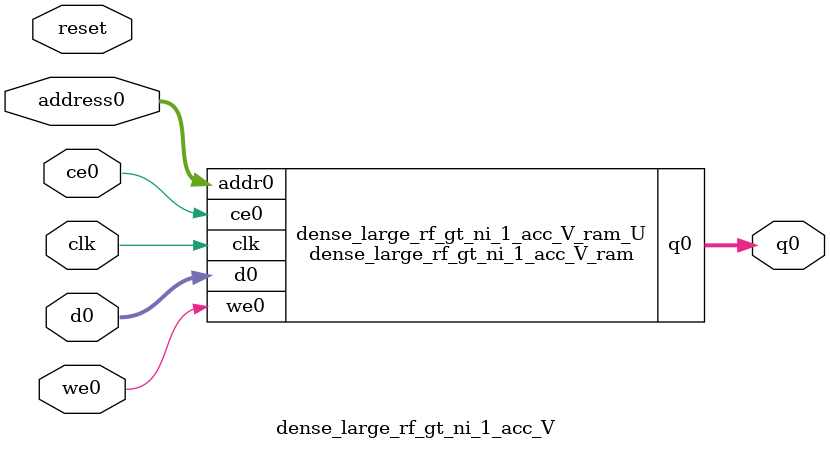
<source format=v>
`timescale 1 ns / 1 ps
module dense_large_rf_gt_ni_1_acc_V_ram (addr0, ce0, d0, we0, q0,  clk);

parameter DWIDTH = 14;
parameter AWIDTH = 3;
parameter MEM_SIZE = 8;

input[AWIDTH-1:0] addr0;
input ce0;
input[DWIDTH-1:0] d0;
input we0;
output reg[DWIDTH-1:0] q0;
input clk;

(* ram_style = "distributed" *)reg [DWIDTH-1:0] ram[0:MEM_SIZE-1];




always @(posedge clk)  
begin 
    if (ce0) 
    begin
        if (we0) 
        begin 
            ram[addr0] <= d0; 
        end 
        q0 <= ram[addr0];
    end
end


endmodule

`timescale 1 ns / 1 ps
module dense_large_rf_gt_ni_1_acc_V(
    reset,
    clk,
    address0,
    ce0,
    we0,
    d0,
    q0);

parameter DataWidth = 32'd14;
parameter AddressRange = 32'd8;
parameter AddressWidth = 32'd3;
input reset;
input clk;
input[AddressWidth - 1:0] address0;
input ce0;
input we0;
input[DataWidth - 1:0] d0;
output[DataWidth - 1:0] q0;



dense_large_rf_gt_ni_1_acc_V_ram dense_large_rf_gt_ni_1_acc_V_ram_U(
    .clk( clk ),
    .addr0( address0 ),
    .ce0( ce0 ),
    .we0( we0 ),
    .d0( d0 ),
    .q0( q0 ));

endmodule


</source>
